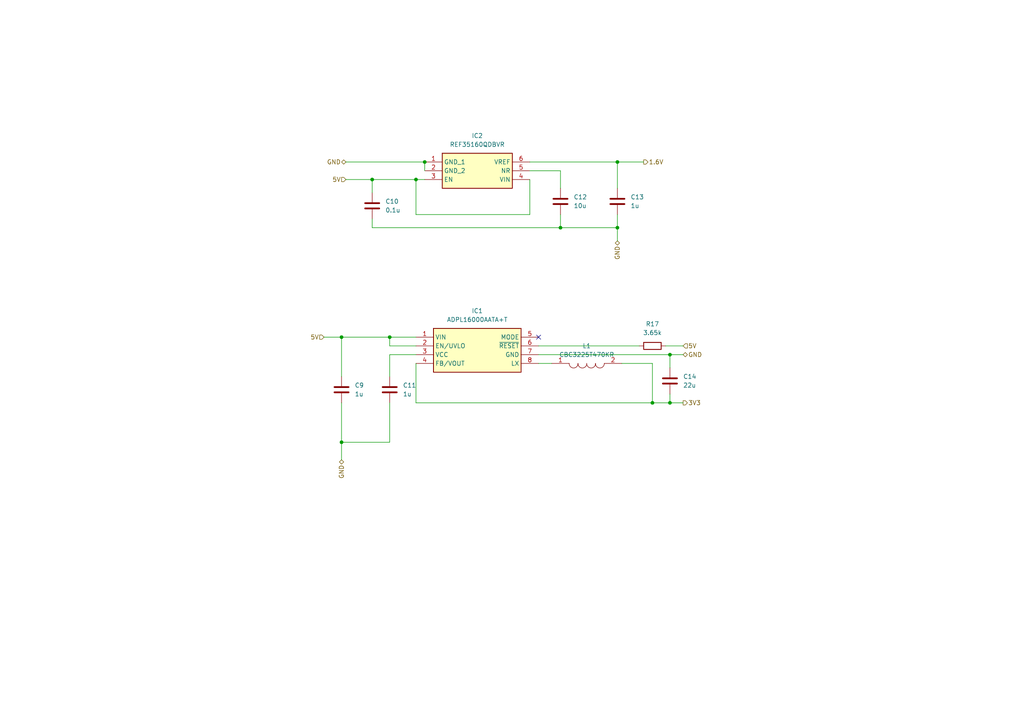
<source format=kicad_sch>
(kicad_sch (version 20231120) (generator "eeschema") (generator_version "8.0")
  (paper "A4")
  (title_block (title "LiveRCMeter") (company "ktw07182@gmail.com"))
  (lib_symbols
    (symbol "Mouser:ADPL16000AATA+T"
      (property "Reference" "IC" (at 31.75 7.62 0))
      (property "Value" "ADPL16000AATA+T" (at 31.75 5.08 0))
      (symbol "ADPL16000AATA+T_1_1"
        (rectangle (start 5.08 2.54) (end 30.48 -10.16) (stroke (width 0.254)) (fill (type background)))
        (pin passive line (at 0 0 0) (length 5.08) (name "VIN") (number "1"))
        (pin passive line (at 0 -2.54 0) (length 5.08) (name "EN/UVLO") (number "2"))
        (pin passive line (at 0 -5.08 0) (length 5.08) (name "VCC") (number "3"))
        (pin passive line (at 0 -7.62 0) (length 5.08) (name "FB/VOUT") (number "4"))
        (pin passive line (at 35.56 0 180) (length 5.08) (name "MODE") (number "5"))
        (pin passive line (at 35.56 -2.54 180) (length 5.08) (name "~{RESET}") (number "6"))
        (pin passive line (at 35.56 -5.08 180) (length 5.08) (name "GND") (number "7"))
        (pin passive line (at 35.56 -7.62 180) (length 5.08) (name "LX") (number "8"))
      )
    )
    (symbol "Mouser:CBC3225T470KR" (pin_names (offset 0.762))
      (property "Reference" "L" (at 16.51 6.35 0))
      (property "Value" "CBC3225T470KR" (at 16.51 3.81 0))
      (symbol "CBC3225T470KR_0_0"
        (pin passive line (at 0 0 0) (length 5.08) (name "~") (number "1"))
        (pin passive line (at 20.32 0 180) (length 5.08) (name "~") (number "2"))
      )
      (symbol "CBC3225T470KR_0_1"
        (arc (start 5.08 0) (mid 6.35 -1.3218) (end 7.62 0) (stroke (width 0.1524)))
        (arc (start 7.62 0) (mid 8.89 -1.3218) (end 10.16 0) (stroke (width 0.1524)))
        (arc (start 10.16 0) (mid 11.43 -1.3218) (end 12.7 0) (stroke (width 0.1524)))
        (arc (start 12.7 0) (mid 13.97 -1.3218) (end 15.24 0) (stroke (width 0.1524)))
      )
    )
    (symbol "Mouser:REF35160QDBVR"
      (property "Reference" "IC" (at 26.67 7.62 0))
      (property "Value" "REF35160QDBVR" (at 26.67 5.08 0))
      (symbol "REF35160QDBVR_1_1"
        (rectangle (start 5.08 2.54) (end 25.4 -7.62) (stroke (width 0.254)) (fill (type background)))
        (pin passive line (at 0 0 0) (length 5.08) (name "GND_1") (number "1"))
        (pin passive line (at 0 -2.54 0) (length 5.08) (name "GND_2") (number "2"))
        (pin passive line (at 0 -5.08 0) (length 5.08) (name "EN") (number "3"))
        (pin passive line (at 30.48 -5.08 180) (length 5.08) (name "VIN") (number "4"))
        (pin passive line (at 30.48 -2.54 180) (length 5.08) (name "NR") (number "5"))
        (pin passive line (at 30.48 0 180) (length 5.08) (name "VREF") (number "6"))
      )
    )
    (symbol "PCM_Capacitor_AKL:C_0402" (pin_numbers hide) (pin_names (offset 0.254))
      (property "Reference" "C" (at 0.635 2.54 0))
      (property "Value" "C_0402" (at 0.635 -2.54 0))
      (symbol "C_0402_0_1"
        (polyline (pts (xy -2.032 -0.762) (xy 2.032 -0.762)) (stroke (width 0.508)))
        (polyline (pts (xy -2.032 0.762) (xy 2.032 0.762)) (stroke (width 0.508)))
      )
      (symbol "C_0402_0_2"
        (polyline (pts (xy -2.54 -2.54) (xy -0.381 -0.381)))
        (polyline (pts (xy -0.508 -0.508) (xy -1.651 0.635)) (stroke (width 0.508)))
        (polyline (pts (xy -0.508 -0.508) (xy 0.635 -1.651)) (stroke (width 0.508)))
        (polyline (pts (xy 0.381 0.381) (xy 2.54 2.54)))
        (polyline (pts (xy 0.508 0.508) (xy -0.635 1.651)) (stroke (width 0.508)))
        (polyline (pts (xy 0.508 0.508) (xy 1.651 -0.635)) (stroke (width 0.508)))
      )
      (symbol "C_0402_1_1"
        (pin passive line (at 0 3.81 270) (length 2.794) (name "~") (number "1"))
        (pin passive line (at 0 -3.81 90) (length 2.794) (name "~") (number "2"))
      )
      (symbol "C_0402_1_2"
        (pin passive line (at 2.54 2.54 270) (length 0) (name "~") (number "1"))
        (pin passive line (at -2.54 -2.54 90) (length 0) (name "~") (number "2"))
      )
    )
    (symbol "PCM_Resistor_AKL:R_0402" (pin_numbers hide) (pin_names (offset 0))
      (property "Reference" "R" (at 2.54 1.27 0))
      (property "Value" "R_0402" (at 2.54 -1.27 0))
      (symbol "R_0402_0_1"
        (rectangle (start -1.016 2.54) (end 1.016 -2.54) (stroke (width 0.254)))
      )
      (symbol "R_0402_0_2"
        (polyline (pts (xy -2.54 -2.54) (xy -1.524 -1.524)))
        (polyline (pts (xy 1.524 1.524) (xy 2.54 2.54)))
        (polyline (pts (xy 1.524 1.524) (xy 0.889 2.159) (xy -2.159 -0.889) (xy -0.889 -2.159) (xy 2.159 0.889) (xy 1.524 1.524)) (stroke (width 0.254)))
      )
      (symbol "R_0402_1_1"
        (pin passive line (at 0 3.81 270) (length 1.27) (name "~") (number "1"))
        (pin passive line (at 0 -3.81 90) (length 1.27) (name "~") (number "2"))
      )
      (symbol "R_0402_1_2"
        (pin passive line (at 2.54 2.54 180) (length 0) (name "") (number "1"))
        (pin passive line (at -2.54 -2.54 0) (length 0) (name "") (number "2"))
      )
    )
  )
  (junction (at 123.19 46.99))
  (junction (at 107.95 52.07))
  (junction (at 120.65 52.07))
  (junction (at 189.23 116.84))
  (junction (at 99.06 128.27))
  (junction (at 99.06 97.79))
  (junction (at 194.31 102.87))
  (junction (at 162.56 66.04))
  (junction (at 179.07 46.99))
  (junction (at 194.31 116.84))
  (junction (at 179.07 66.04))
  (junction (at 113.03 97.79))
  (no_connect (at 156.21 97.79))
  (wire (pts (xy 153.67 46.99) (xy 179.07 46.99)))
  (wire (pts (xy 194.31 114.3) (xy 194.31 116.84)))
  (wire (pts (xy 162.56 62.23) (xy 162.56 66.04)))
  (wire (pts (xy 189.23 105.41) (xy 189.23 116.84)))
  (wire (pts (xy 93.98 97.79) (xy 99.06 97.79)))
  (wire (pts (xy 99.06 116.84) (xy 99.06 128.27)))
  (wire (pts (xy 162.56 54.61) (xy 162.56 49.53)))
  (wire (pts (xy 189.23 116.84) (xy 194.31 116.84)))
  (wire (pts (xy 113.03 97.79) (xy 120.65 97.79)))
  (wire (pts (xy 180.34 105.41) (xy 189.23 105.41)))
  (wire (pts (xy 162.56 49.53) (xy 153.67 49.53)))
  (wire (pts (xy 120.65 102.87) (xy 113.03 102.87)))
  (wire (pts (xy 179.07 62.23) (xy 179.07 66.04)))
  (wire (pts (xy 107.95 52.07) (xy 107.95 55.88)))
  (wire (pts (xy 193.04 100.33) (xy 198.12 100.33)))
  (wire (pts (xy 194.31 102.87) (xy 156.21 102.87)))
  (wire (pts (xy 120.65 116.84) (xy 189.23 116.84)))
  (wire (pts (xy 120.65 100.33) (xy 113.03 100.33)))
  (wire (pts (xy 113.03 100.33) (xy 113.03 97.79)))
  (wire (pts (xy 123.19 46.99) (xy 123.19 49.53)))
  (wire (pts (xy 120.65 62.23) (xy 120.65 52.07)))
  (wire (pts (xy 156.21 105.41) (xy 160.02 105.41)))
  (wire (pts (xy 99.06 128.27) (xy 113.03 128.27)))
  (wire (pts (xy 99.06 97.79) (xy 99.06 109.22)))
  (wire (pts (xy 179.07 46.99) (xy 179.07 54.61)))
  (wire (pts (xy 194.31 102.87) (xy 198.12 102.87)))
  (wire (pts (xy 107.95 52.07) (xy 120.65 52.07)))
  (wire (pts (xy 179.07 66.04) (xy 179.07 69.85)))
  (wire (pts (xy 194.31 106.68) (xy 194.31 102.87)))
  (wire (pts (xy 99.06 133.35) (xy 99.06 128.27)))
  (wire (pts (xy 107.95 66.04) (xy 162.56 66.04)))
  (wire (pts (xy 179.07 46.99) (xy 186.69 46.99)))
  (wire (pts (xy 113.03 102.87) (xy 113.03 109.22)))
  (wire (pts (xy 123.19 52.07) (xy 120.65 52.07)))
  (wire (pts (xy 100.33 46.99) (xy 123.19 46.99)))
  (wire (pts (xy 153.67 52.07) (xy 153.67 62.23)))
  (wire (pts (xy 162.56 66.04) (xy 179.07 66.04)))
  (wire (pts (xy 194.31 116.84) (xy 198.12 116.84)))
  (wire (pts (xy 156.21 100.33) (xy 185.42 100.33)))
  (wire (pts (xy 120.65 105.41) (xy 120.65 116.84)))
  (wire (pts (xy 99.06 97.79) (xy 113.03 97.79)))
  (wire (pts (xy 100.33 52.07) (xy 107.95 52.07)))
  (wire (pts (xy 153.67 62.23) (xy 120.65 62.23)))
  (wire (pts (xy 107.95 63.5) (xy 107.95 66.04)))
  (wire (pts (xy 113.03 128.27) (xy 113.03 116.84)))
  (hierarchical_label "5V" (shape input) (at 100.33 52.07 180))
  (hierarchical_label "GND" (shape bidirectional) (at 100.33 46.99 180))
  (hierarchical_label "3V3" (shape output) (at 198.12 116.84 0))
  (hierarchical_label "5V" (shape input) (at 198.12 100.33 0))
  (hierarchical_label "GND" (shape bidirectional) (at 99.06 133.35 270))
  (hierarchical_label "GND" (shape bidirectional) (at 179.07 69.85 270))
  (hierarchical_label "GND" (shape bidirectional) (at 198.12 102.87 0))
  (hierarchical_label "5V" (shape input) (at 93.98 97.79 180))
  (hierarchical_label "1.6V" (shape output) (at 186.69 46.99 0))
  (symbol (lib_id "PCM_Capacitor_AKL:C_0402") (at 162.56 58.42 180) (unit 1)
    (property "Reference" "C12" (at 166.37 57.1499 0) (effects (justify right)))
    (property "Value" "10u" (at 166.37 59.6899 0) (effects (justify right)))
    (property "Footprint" "PCM_Capacitor_SMD_AKL:C_0805_2012Metric_Pad1.15x1.40mm" (effects (hide yes)))
    (property "Description" "SMD 0402 MLCC capacitor, Alternate KiCad Library" (effects (hide yes)))
  )
  (symbol (lib_id "PCM_Capacitor_AKL:C_0402") (at 99.06 113.03 180) (unit 1)
    (property "Reference" "C9" (at 102.87 111.7599 0) (effects (justify right)))
    (property "Value" "1u" (at 102.87 114.2999 0) (effects (justify right)))
    (property "Footprint" "PCM_Capacitor_SMD_AKL:C_0402_1005Metric" (effects (hide yes)))
    (property "Description" "SMD 0402 MLCC capacitor, Alternate KiCad Library" (effects (hide yes)))
  )
  (symbol (lib_id "PCM_Capacitor_AKL:C_0402") (at 113.03 113.03 180) (unit 1)
    (property "Reference" "C11" (at 116.84 111.7599 0) (effects (justify right)))
    (property "Value" "1u" (at 116.84 114.2999 0) (effects (justify right)))
    (property "Footprint" "PCM_Capacitor_SMD_AKL:C_0402_1005Metric" (effects (hide yes)))
    (property "Description" "SMD 0402 MLCC capacitor, Alternate KiCad Library" (effects (hide yes)))
  )
  (symbol (lib_id "Mouser:REF35160QDBVR") (at 123.19 46.99 0) (unit 1)
    (property "Reference" "IC2" (at 138.43 39.37 0))
    (property "Value" "REF35160QDBVR" (at 138.43 41.91 0))
    (property "Footprint" "Mouser:SOT95P280X145-6N" (effects (hide yes)))
    (property "Datasheet" "https://www.ti.com/lit/ds/symlink/ref35.pdf?ts=1675771464754&ref_url=https%253A%252F%252Fwww.ti.com%252Fproduct%252FREF35%252Fpart-details%252FREF35125QDBVR%253FkeyMatch%253DREF35125QDBVR%2526tisearch%253Dsearch-everything%2526usecase%253DOPN" (effects (hide yes)))
    (property "Description" "Voltage References 650-nA quiescent current, 12-ppm/C drift, ultra-low-power precision voltage reference" (effects (hide yes)))
    (property "Height" "1.45" (effects (hide yes)))
    (property "Manufacturer_Name" "Texas Instruments" (effects (hide yes)))
    (property "Manufacturer_Part_Number" "REF35160QDBVR" (effects (hide yes)))
    (property "Mouser Part Number" "595-REF35160QDBVR" (effects (hide yes)))
    (property "Mouser Price/Stock" "https://www.mouser.co.uk/ProductDetail/Texas-Instruments/REF35160QDBVR?qs=rQFj71Wb1eVJh8regkgQhg%3D%3D" (effects (hide yes)))
    (property "Arrow Part Number" "REF35160QDBVR" (effects (hide yes)))
    (property "Arrow Price/Stock" "null?region=nac" (effects (hide yes)))
  )
  (symbol (lib_id "PCM_Capacitor_AKL:C_0402") (at 194.31 110.49 180) (unit 1)
    (property "Reference" "C14" (at 198.12 109.2199 0) (effects (justify right)))
    (property "Value" "22u" (at 198.12 111.7599 0) (effects (justify right)))
    (property "Footprint" "PCM_Capacitor_SMD_AKL:C_0805_2012Metric_Pad1.15x1.40mm" (effects (hide yes)))
    (property "Description" "SMD 0402 MLCC capacitor, Alternate KiCad Library" (effects (hide yes)))
  )
  (symbol (lib_id "Mouser:CBC3225T470KR") (at 160.02 105.41 0) (unit 1)
    (property "Reference" "L1" (at 170.18 100.33 0))
    (property "Value" "CBC3225T470KR" (at 170.18 102.87 0))
    (property "Footprint" "Mouser:INDC3225X270N" (effects (hide yes)))
    (property "Datasheet" "https://ds.yuden.co.jp/TYCOMPAS/eu/specSheet?pn=LLQPA322525T470KR" (effects (hide yes)))
    (property "Description" "47 H Unshielded Drum Core, Wirewound Inductor 480 mA 871mOhm Max 1210 (3225 Metric)" (effects (hide yes)))
    (property "Description_1" "47 H Unshielded Drum Core, Wirewound Inductor 480 mA 871mOhm Max 1210 (3225 Metric)" (effects (hide yes)))
    (property "Height" "2.7" (effects (hide yes)))
    (property "Manufacturer_Name" "TAIYO YUDEN" (effects (hide yes)))
    (property "Manufacturer_Part_Number" "CBC3225T470KR" (effects (hide yes)))
    (property "Mouser Part Number" "963-CBC3225T470KR" (effects (hide yes)))
    (property "Mouser Price/Stock" "https://www.mouser.co.uk/ProductDetail/Taiyo-Yuden/CBC3225T470KR?qs=I6KAKw0tg2zVKrVmy3k%252BKw%3D%3D" (effects (hide yes)))
    (property "Arrow Part Number" "CBC3225T470KR" (effects (hide yes)))
    (property "Arrow Price/Stock" "https://www.arrow.com/en/products/cbc3225t470kr/taiyo-yuden" (effects (hide yes)))
  )
  (symbol (lib_id "Mouser:ADPL16000AATA+T") (at 120.65 97.79 0) (unit 1)
    (property "Reference" "IC1" (at 138.43 90.17 0))
    (property "Value" "ADPL16000AATA+T" (at 138.43 92.71 0))
    (property "Footprint" "Mouser:ADPL16000AATAT" (effects (hide yes)))
    (property "Datasheet" "https://www.analog.com/media/en/technical-documentation/data-sheets/adpl16000.pdf" (effects (hide yes)))
    (property "Description" "60V, 400mA, Ultra-Small, Hi gh-Efficiency, Synchronous Step-Down DC-DC Converters" (effects (hide yes)))
    (property "Height" "0.8" (effects (hide yes)))
    (property "Manufacturer_Name" "Analog Devices" (effects (hide yes)))
    (property "Manufacturer_Part_Number" "ADPL16000AATA+T" (effects (hide yes)))
    (property "Mouser Part Number" "700-ADPL16000AATA+T" (effects (hide yes)))
    (property "Mouser Price/Stock" "https://www.mouser.co.uk/ProductDetail/Analog-Devices-Maxim-Integrated/ADPL16000AATA%2bT?qs=wT7LY0lnAe0OnT0M8eXHew%3D%3D" (effects (hide yes)))
  )
  (symbol (lib_id "PCM_Capacitor_AKL:C_0402") (at 107.95 59.69 180) (unit 1)
    (property "Reference" "C10" (at 111.76 58.4199 0) (effects (justify right)))
    (property "Value" "0.1u" (at 111.76 60.9599 0) (effects (justify right)))
    (property "Footprint" "PCM_Capacitor_SMD_AKL:C_0402_1005Metric" (effects (hide yes)))
    (property "Description" "SMD 0402 MLCC capacitor, Alternate KiCad Library" (effects (hide yes)))
  )
  (symbol (lib_id "PCM_Resistor_AKL:R_0402") (at 189.23 100.33 90) (unit 1)
    (property "Reference" "R17" (at 189.23 93.98 90))
    (property "Value" "3.65k" (at 189.23 96.52 90))
    (property "Footprint" "PCM_Resistor_SMD_AKL:R_0402_1005Metric" (effects (hide yes)))
    (property "Description" "SMD 0402 Chip Resistor, European Symbol, Alternate KiCad Library" (effects (hide yes)))
  )
  (symbol (lib_id "PCM_Capacitor_AKL:C_0402") (at 179.07 58.42 180) (unit 1)
    (property "Reference" "C13" (at 182.88 57.1499 0) (effects (justify right)))
    (property "Value" "1u" (at 182.88 59.6899 0) (effects (justify right)))
    (property "Footprint" "PCM_Capacitor_SMD_AKL:C_0402_1005Metric" (effects (hide yes)))
    (property "Description" "SMD 0402 MLCC capacitor, Alternate KiCad Library" (effects (hide yes)))
  )
)
</source>
